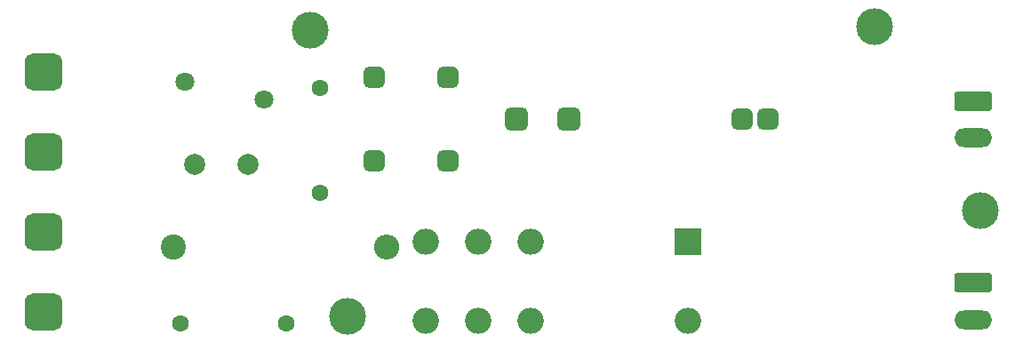
<source format=gbr>
%TF.GenerationSoftware,KiCad,Pcbnew,7.0.7-7.0.7~ubuntu22.04.1*%
%TF.CreationDate,2024-01-12T18:41:48+05:30*%
%TF.ProjectId,electronic-limit-sw,656c6563-7472-46f6-9e69-632d6c696d69,1.0.0*%
%TF.SameCoordinates,Original*%
%TF.FileFunction,Soldermask,Bot*%
%TF.FilePolarity,Negative*%
%FSLAX46Y46*%
G04 Gerber Fmt 4.6, Leading zero omitted, Abs format (unit mm)*
G04 Created by KiCad (PCBNEW 7.0.7-7.0.7~ubuntu22.04.1) date 2024-01-12 18:41:48*
%MOMM*%
%LPD*%
G01*
G04 APERTURE LIST*
G04 Aperture macros list*
%AMRoundRect*
0 Rectangle with rounded corners*
0 $1 Rounding radius*
0 $2 $3 $4 $5 $6 $7 $8 $9 X,Y pos of 4 corners*
0 Add a 4 corners polygon primitive as box body*
4,1,4,$2,$3,$4,$5,$6,$7,$8,$9,$2,$3,0*
0 Add four circle primitives for the rounded corners*
1,1,$1+$1,$2,$3*
1,1,$1+$1,$4,$5*
1,1,$1+$1,$6,$7*
1,1,$1+$1,$8,$9*
0 Add four rect primitives between the rounded corners*
20,1,$1+$1,$2,$3,$4,$5,0*
20,1,$1+$1,$4,$5,$6,$7,0*
20,1,$1+$1,$6,$7,$8,$9,0*
20,1,$1+$1,$8,$9,$2,$3,0*%
G04 Aperture macros list end*
%ADD10C,2.000000*%
%ADD11C,2.400000*%
%ADD12O,2.400000X2.400000*%
%ADD13R,2.500000X2.500000*%
%ADD14O,2.500000X2.500000*%
%ADD15RoundRect,0.500000X-0.500000X-0.500000X0.500000X-0.500000X0.500000X0.500000X-0.500000X0.500000X0*%
%ADD16C,1.600000*%
%ADD17C,3.500000*%
%ADD18C,1.800000*%
%ADD19RoundRect,0.250000X-1.550000X0.650000X-1.550000X-0.650000X1.550000X-0.650000X1.550000X0.650000X0*%
%ADD20O,3.600000X1.800000*%
%ADD21RoundRect,0.550000X-0.550000X-0.550000X0.550000X-0.550000X0.550000X0.550000X-0.550000X0.550000X0*%
%ADD22RoundRect,0.900000X0.900000X-0.900000X0.900000X0.900000X-0.900000X0.900000X-0.900000X-0.900000X0*%
G04 APERTURE END LIST*
D10*
%TO.C,F1*%
X107300000Y-94800000D03*
X112380000Y-94800000D03*
%TD*%
D11*
%TO.C,R3*%
X105290000Y-102650000D03*
D12*
X125610000Y-102650000D03*
%TD*%
D13*
%TO.C,RL1*%
X154300000Y-102200000D03*
D14*
X139300000Y-102200000D03*
X134300000Y-102200000D03*
X129300000Y-102200000D03*
X129300000Y-109700000D03*
X134300000Y-109700000D03*
X139300000Y-109700000D03*
X154300000Y-109700000D03*
%TD*%
D15*
%TO.C,FL1*%
X124440000Y-86500000D03*
X131440000Y-86500000D03*
X124440000Y-94500000D03*
X131440000Y-94500000D03*
%TD*%
D16*
%TO.C,C1*%
X119300000Y-97500000D03*
X119300000Y-87500000D03*
%TD*%
D17*
%TO.C,H1*%
X118300000Y-82050000D03*
%TD*%
%TO.C,H2*%
X182200000Y-99200000D03*
%TD*%
D16*
%TO.C,C2*%
X116000000Y-109950000D03*
X106000000Y-109950000D03*
%TD*%
D18*
%TO.C,TH1*%
X113900000Y-88600000D03*
X106400000Y-86966670D03*
%TD*%
D19*
%TO.C,J1*%
X181500000Y-106100000D03*
D20*
X181500000Y-109600000D03*
%TD*%
D21*
%TO.C,PS1*%
X137957500Y-90457500D03*
X142957500Y-90457500D03*
D15*
X159457500Y-90457500D03*
X161957500Y-90457500D03*
%TD*%
D22*
%TO.C,J4*%
X92900000Y-108840000D03*
X92900000Y-101220000D03*
X92900000Y-93600000D03*
X92900000Y-85980000D03*
%TD*%
D17*
%TO.C,H3*%
X121850000Y-109300000D03*
%TD*%
D19*
%TO.C,J2*%
X181500000Y-88800000D03*
D20*
X181500000Y-92300000D03*
%TD*%
D17*
%TO.C,H4*%
X172050000Y-81700000D03*
%TD*%
M02*

</source>
